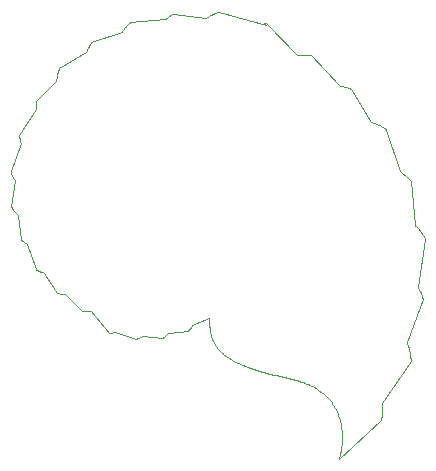
<source format=gko>
G04                                                      *
G04 Greetings!                                           *
G04 This Gerber was generated by PCBmodE, an open source *
G04 PCB design software. Get it here:                    *
G04                                                      *
G04   http://pcbmode.com                                 *
G04                                                      *
G04 Also visit                                           *
G04                                                      *
G04   http://boldport.com                                *
G04                                                      *
G04 and follow @boldport / @pcbmode for updates!         *
G04                                                      *

G04 leading zeros omitted (L); absolute data (A); 6 integer digits and 6 fractional digits *
%FSLAX66Y66*%

G04 mode (MO): millimeters (MM) *
%MOMM*%

G04 Aperture definitions *
%ADD10C,0.001X*%
%ADD11C,0.001X*%
%ADD20C,0.05X*%

%LPD*%
D20*
G01X17671872Y-0000000D02*
G01X17671872Y-0000000D01*
G01X17669220Y-0000518D01*
G01X17661409Y-0002124D01*
G01X17648652Y-0004899D01*
G01X17631165Y-0008920D01*
G01X17609162Y-0014267D01*
G01X17582857Y-0021020D01*
G01X17552467Y-0029258D01*
G01X17518204Y-0039059D01*
G01X17480284Y-0050503D01*
G01X17438922Y-0063669D01*
G01X17394331Y-0078637D01*
G01X17346728Y-0095485D01*
G01X17296326Y-0114293D01*
G01X17243341Y-0135140D01*
G01X17187986Y-0158106D01*
G01X17130476Y-0183268D01*
G01X17071027Y-0210707D01*
G01X17009853Y-0240502D01*
G01X16947169Y-0272732D01*
G01X16883188Y-0307476D01*
G01X16818127Y-0344813D01*
G01X16752199Y-0384823D01*
G01X16685619Y-0427585D01*
G01X16618603Y-0473177D01*
G01X16551364Y-0521680D01*
G01X16551364Y-0521680D01*
G01X13768747Y-0162109D01*
G01X13768747Y-0162109D01*
G01X13765217Y-0163732D01*
G01X13754897Y-0168630D01*
G01X13738193Y-0176851D01*
G01X13715508Y-0188442D01*
G01X13687248Y-0203447D01*
G01X13653817Y-0221914D01*
G01X13615620Y-0243889D01*
G01X13573062Y-0269419D01*
G01X13526548Y-0298550D01*
G01X13476482Y-0331328D01*
G01X13423270Y-0367800D01*
G01X13367315Y-0408012D01*
G01X13309023Y-0452010D01*
G01X13248799Y-0499842D01*
G01X13187048Y-0551552D01*
G01X13124173Y-0607189D01*
G01X13081833Y-0646484D01*
G01X10095895Y-0903711D01*
G01X10095895Y-0903711D01*
G01X10092975Y-0905914D01*
G01X10084461Y-0912498D01*
G01X10070729Y-0923425D01*
G01X10052152Y-0938656D01*
G01X10029106Y-0958155D01*
G01X10001963Y-0981883D01*
G01X9971098Y-1009802D01*
G01X9936885Y-1041875D01*
G01X9899698Y-1078063D01*
G01X9859912Y-1118329D01*
G01X9817900Y-1162634D01*
G01X9774036Y-1210941D01*
G01X9728695Y-1263212D01*
G01X9682250Y-1319409D01*
G01X9635077Y-1379494D01*
G01X9587548Y-1443429D01*
G01X9540038Y-1511177D01*
G01X9492921Y-1582699D01*
G01X9446572Y-1657957D01*
G01X9401364Y-1736914D01*
G01X9401364Y-1736914D01*
G01X6830465Y-2598242D01*
G01X6830465Y-2598242D01*
G01X6827752Y-2601551D01*
G01X6819920Y-2611371D01*
G01X6807429Y-2627540D01*
G01X6790739Y-2649895D01*
G01X6770313Y-2678274D01*
G01X6746610Y-2712517D01*
G01X6720091Y-2752460D01*
G01X6691217Y-2797941D01*
G01X6660449Y-2848800D01*
G01X6628247Y-2904873D01*
G01X6595071Y-2965999D01*
G01X6561383Y-3032015D01*
G01X6527644Y-3102761D01*
G01X6494313Y-3178073D01*
G01X6461852Y-3257790D01*
G01X6430722Y-3341750D01*
G01X6410934Y-3400000D01*
G01X4101559Y-4807031D01*
G01X4101559Y-4807031D01*
G01X4099939Y-4810256D01*
G01X4095294Y-4819794D01*
G01X4087950Y-4835444D01*
G01X4078233Y-4857002D01*
G01X4066468Y-4884267D01*
G01X4052979Y-4917036D01*
G01X4038093Y-4955105D01*
G01X4022135Y-4998273D01*
G01X4005430Y-5046337D01*
G01X3988303Y-5099094D01*
G01X3971080Y-5156343D01*
G01X3954087Y-5217879D01*
G01X3937647Y-5283501D01*
G01X3922088Y-5353005D01*
G01X3907734Y-5426191D01*
G01X3894910Y-5502854D01*
G01X3883942Y-5582792D01*
G01X3875155Y-5665804D01*
G01X3868875Y-5751685D01*
G01X3865426Y-5840234D01*
G01X3865426Y-5840234D01*
G01X2158199Y-7535937D01*
G01X2158199Y-7535937D01*
G01X2157178Y-7540343D01*
G01X2154371Y-7553298D01*
G01X2150167Y-7574405D01*
G01X2144954Y-7603267D01*
G01X2139121Y-7639488D01*
G01X2133054Y-7682673D01*
G01X2127142Y-7732423D01*
G01X2121774Y-7788344D01*
G01X2117336Y-7850038D01*
G01X2114218Y-7917109D01*
G01X2112806Y-7989161D01*
G01X2113489Y-8065798D01*
G01X2116656Y-8146622D01*
G01X2122693Y-8231238D01*
G01X2124999Y-8256055D01*
G01X0728515Y-10413672D01*
G01X0728515Y-10413672D01*
G01X0728452Y-10419330D01*
G01X0728541Y-10435858D01*
G01X0729197Y-10462588D01*
G01X0730837Y-10498853D01*
G01X0733878Y-10543984D01*
G01X0738736Y-10597314D01*
G01X0745828Y-10658173D01*
G01X0755569Y-10725896D01*
G01X0768376Y-10799812D01*
G01X0784666Y-10879255D01*
G01X0804855Y-10963557D01*
G01X0829359Y-11052048D01*
G01X0843360Y-11097657D01*
G01X-0000000Y-13526563D01*
G01X-0000000Y-13526563D01*
G01X0001130Y-13531420D01*
G01X0004662Y-13545571D01*
G01X0010803Y-13568384D01*
G01X0019762Y-13599227D01*
G01X0031747Y-13637468D01*
G01X0046966Y-13682477D01*
G01X0065629Y-13733621D01*
G01X0087943Y-13790269D01*
G01X0114117Y-13851789D01*
G01X0144360Y-13917550D01*
G01X0178879Y-13986919D01*
G01X0217884Y-14059266D01*
G01X0261583Y-14133959D01*
G01X0310184Y-14210365D01*
G01X0324999Y-14232422D01*
G01X0069335Y-16541407D01*
G01X0069335Y-16541407D01*
G01X0071271Y-16545417D01*
G01X0077116Y-16557070D01*
G01X0086927Y-16575799D01*
G01X0100761Y-16601039D01*
G01X0118675Y-16632222D01*
G01X0140725Y-16668782D01*
G01X0166969Y-16710153D01*
G01X0197463Y-16755768D01*
G01X0232264Y-16805061D01*
G01X0271429Y-16857466D01*
G01X0315014Y-16912416D01*
G01X0363077Y-16969344D01*
G01X0415674Y-17027685D01*
G01X0472863Y-17086872D01*
G01X0534699Y-17146338D01*
G01X0601240Y-17205518D01*
G01X0648243Y-17244532D01*
G01X0904883Y-19295313D01*
G01X0904883Y-19295313D01*
G01X0908091Y-19299227D01*
G01X0917652Y-19310499D01*
G01X0933466Y-19328425D01*
G01X0955437Y-19352301D01*
G01X0983467Y-19381422D01*
G01X1017459Y-19415083D01*
G01X1057313Y-19452580D01*
G01X1102933Y-19493208D01*
G01X1154221Y-19536263D01*
G01X1211079Y-19581041D01*
G01X1273410Y-19626837D01*
G01X1341115Y-19672947D01*
G01X1376953Y-19695899D01*
G01X2111133Y-21777930D01*
G01X2111133Y-21777930D01*
G01X2114166Y-21780331D01*
G01X2123154Y-21787236D01*
G01X2137933Y-21798197D01*
G01X2158335Y-21812764D01*
G01X2184196Y-21830488D01*
G01X2215349Y-21850921D01*
G01X2251628Y-21873614D01*
G01X2292869Y-21898119D01*
G01X2338904Y-21923986D01*
G01X2389569Y-21950767D01*
G01X2444697Y-21978013D01*
G01X2504123Y-22005275D01*
G01X2567681Y-22032106D01*
G01X2635205Y-22058055D01*
G01X2706530Y-22082674D01*
G01X2781489Y-22105514D01*
G01X2833398Y-22119532D01*
G01X3921680Y-23794336D01*
G01X3921680Y-23794336D01*
G01X3926746Y-23796661D01*
G01X3941629Y-23803167D01*
G01X3965853Y-23813144D01*
G01X3998941Y-23825884D01*
G01X4040419Y-23840680D01*
G01X4089810Y-23856823D01*
G01X4146639Y-23873606D01*
G01X4210431Y-23890320D01*
G01X4280709Y-23906258D01*
G01X4356999Y-23920711D01*
G01X4438823Y-23932972D01*
G01X4525708Y-23942332D01*
G01X4570899Y-23945703D01*
G01X6000196Y-25333399D01*
G01X6000196Y-25333399D01*
G01X6005265Y-25334472D01*
G01X6020098Y-25337334D01*
G01X6044133Y-25341453D01*
G01X6076808Y-25346295D01*
G01X6117562Y-25351324D01*
G01X6165833Y-25356009D01*
G01X6221059Y-25359814D01*
G01X6282678Y-25362207D01*
G01X6350128Y-25362652D01*
G01X6422848Y-25360618D01*
G01X6500276Y-25355568D01*
G01X6581849Y-25346971D01*
G01X6667008Y-25334292D01*
G01X6755188Y-25316997D01*
G01X6780860Y-25311133D01*
G01X8304882Y-27216016D01*
G01X8304882Y-27216016D01*
G01X8311624Y-27215805D01*
G01X8331160Y-27214780D01*
G01X8362456Y-27212355D01*
G01X8404480Y-27207942D01*
G01X8456198Y-27200954D01*
G01X8516576Y-27190804D01*
G01X8584581Y-27176904D01*
G01X8659180Y-27158668D01*
G01X8739338Y-27135507D01*
G01X8824023Y-27106836D01*
G01X8824023Y-27106836D01*
G01X10620898Y-27705078D01*
G01X10620898Y-27705078D01*
G01X10626069Y-27703799D01*
G01X10641045Y-27699792D01*
G01X10665026Y-27692802D01*
G01X10697209Y-27682573D01*
G01X10736793Y-27668849D01*
G01X10782977Y-27651374D01*
G01X10834959Y-27629893D01*
G01X10891937Y-27604150D01*
G01X10953109Y-27573890D01*
G01X11017675Y-27538856D01*
G01X11084831Y-27498793D01*
G01X11153778Y-27453446D01*
G01X11188671Y-27428711D01*
G01X12863672Y-27592578D01*
G01X12863672Y-27592578D01*
G01X12869019Y-27589877D01*
G01X12884374Y-27581717D01*
G01X12908705Y-27568012D01*
G01X12940983Y-27548676D01*
G01X12980175Y-27523622D01*
G01X13025252Y-27492764D01*
G01X13075181Y-27456016D01*
G01X13128934Y-27413291D01*
G01X13185477Y-27364504D01*
G01X13243781Y-27309568D01*
G01X13302815Y-27248396D01*
G01X13309375Y-27241211D01*
G01X14992382Y-27027149D01*
G01X14992382Y-27027149D01*
G01X14996816Y-27023493D01*
G01X15009466Y-27012615D01*
G01X15029355Y-26994647D01*
G01X15055506Y-26969724D01*
G01X15086942Y-26937978D01*
G01X15122687Y-26899544D01*
G01X15161763Y-26854554D01*
G01X15203194Y-26803143D01*
G01X15246002Y-26745443D01*
G01X15289212Y-26681588D01*
G01X15331845Y-26611712D01*
G01X15372925Y-26535947D01*
G01X15392577Y-26495899D01*
G01X16804688Y-25962500D01*
G01X16793554Y-26105664D01*
G01X16793554Y-26105664D01*
G01X16796322Y-26169591D01*
G01X16799357Y-26233135D01*
G01X16802692Y-26296301D01*
G01X16806359Y-26359090D01*
G01X16810390Y-26421506D01*
G01X16814817Y-26483550D01*
G01X16819672Y-26545226D01*
G01X16824987Y-26606536D01*
G01X16830794Y-26667483D01*
G01X16837126Y-26728069D01*
G01X16844014Y-26788298D01*
G01X16851491Y-26848171D01*
G01X16859588Y-26907693D01*
G01X16868337Y-26966864D01*
G01X16877772Y-27025689D01*
G01X16887922Y-27084169D01*
G01X16898822Y-27142307D01*
G01X16910502Y-27200107D01*
G01X16922995Y-27257570D01*
G01X16936334Y-27314699D01*
G01X16950549Y-27371498D01*
G01X16965673Y-27427968D01*
G01X16981738Y-27484113D01*
G01X16998776Y-27539935D01*
G01X17016819Y-27595436D01*
G01X17035900Y-27650620D01*
G01X17056050Y-27705489D01*
G01X17077301Y-27760046D01*
G01X17099686Y-27814293D01*
G01X17123237Y-27868234D01*
G01X17147984Y-27921870D01*
G01X17173962Y-27975205D01*
G01X17201201Y-28028241D01*
G01X17229734Y-28080981D01*
G01X17259593Y-28133428D01*
G01X17290809Y-28185584D01*
G01X17323416Y-28237451D01*
G01X17357444Y-28289034D01*
G01X17392927Y-28340333D01*
G01X17429895Y-28391353D01*
G01X17468382Y-28442095D01*
G01X17508419Y-28492563D01*
G01X17550038Y-28542758D01*
G01X17593272Y-28592684D01*
G01X17638152Y-28642344D01*
G01X17684710Y-28691740D01*
G01X17732979Y-28740874D01*
G01X17782991Y-28789750D01*
G01X17834777Y-28838370D01*
G01X17888370Y-28886736D01*
G01X17943801Y-28934852D01*
G01X18001104Y-28982720D01*
G01X18060309Y-29030343D01*
G01X18121449Y-29077724D01*
G01X18184557Y-29124864D01*
G01X18249663Y-29171768D01*
G01X18316800Y-29218436D01*
G01X18386001Y-29264874D01*
G01X18457297Y-29311082D01*
G01X18530720Y-29357063D01*
G01X18606302Y-29402821D01*
G01X18684076Y-29448358D01*
G01X18764074Y-29493676D01*
G01X18846327Y-29538779D01*
G01X18930867Y-29583668D01*
G01X19017727Y-29628347D01*
G01X19106939Y-29672819D01*
G01X19198535Y-29717085D01*
G01X19292546Y-29761149D01*
G01X19389006Y-29805014D01*
G01X19487945Y-29848682D01*
G01X19589396Y-29892155D01*
G01X19693392Y-29935436D01*
G01X19799964Y-29978529D01*
G01X19909143Y-30021436D01*
G01X20020963Y-30064159D01*
G01X20135456Y-30106701D01*
G01X20252652Y-30149065D01*
G01X20372586Y-30191253D01*
G01X20495287Y-30233268D01*
G01X20620790Y-30275114D01*
G01X20749124Y-30316791D01*
G01X20880324Y-30358304D01*
G01X21014420Y-30399655D01*
G01X21151445Y-30440847D01*
G01X21291431Y-30481881D01*
G01X21434410Y-30522762D01*
G01X21580414Y-30563491D01*
G01X21729475Y-30604072D01*
G01X21881625Y-30644506D01*
G01X22036896Y-30684797D01*
G01X22195320Y-30724947D01*
G01X22356930Y-30764960D01*
G01X22521756Y-30804837D01*
G01X22689833Y-30844581D01*
G01X22861191Y-30884196D01*
G01X23035862Y-30923683D01*
G01X23213879Y-30963045D01*
G01X23395273Y-31002286D01*
G01X23580078Y-31041407D01*
G01X23580078Y-31041407D01*
G01X23580078Y-31041407D01*
G01X23760150Y-31080907D01*
G01X23935495Y-31122943D01*
G01X24106172Y-31167457D01*
G01X24272240Y-31214388D01*
G01X24433759Y-31263677D01*
G01X24590787Y-31315265D01*
G01X24743385Y-31369091D01*
G01X24891611Y-31425097D01*
G01X25035524Y-31483223D01*
G01X25175184Y-31543409D01*
G01X25310650Y-31605595D01*
G01X25441981Y-31669723D01*
G01X25569237Y-31735732D01*
G01X25692476Y-31803563D01*
G01X25811758Y-31873156D01*
G01X25927142Y-31944452D01*
G01X26038688Y-32017391D01*
G01X26146454Y-32091914D01*
G01X26250501Y-32167961D01*
G01X26350886Y-32245473D01*
G01X26447669Y-32324389D01*
G01X26540910Y-32404651D01*
G01X26630668Y-32486199D01*
G01X26717002Y-32568973D01*
G01X26799971Y-32652913D01*
G01X26879635Y-32737961D01*
G01X26956053Y-32824056D01*
G01X27029283Y-32911139D01*
G01X27099386Y-32999151D01*
G01X27166420Y-33088031D01*
G01X27230445Y-33177720D01*
G01X27291520Y-33268160D01*
G01X27349704Y-33359289D01*
G01X27405056Y-33451049D01*
G01X27457636Y-33543380D01*
G01X27507503Y-33636222D01*
G01X27554716Y-33729516D01*
G01X27599334Y-33823203D01*
G01X27641417Y-33917222D01*
G01X27681024Y-34011514D01*
G01X27718214Y-34106020D01*
G01X27753046Y-34200680D01*
G01X27785580Y-34295434D01*
G01X27815874Y-34390223D01*
G01X27843989Y-34484988D01*
G01X27869983Y-34579668D01*
G01X27893915Y-34674204D01*
G01X27915845Y-34768537D01*
G01X27935832Y-34862607D01*
G01X27953935Y-34956355D01*
G01X27970214Y-35049720D01*
G01X27984727Y-35142644D01*
G01X27997535Y-35235066D01*
G01X28008695Y-35326927D01*
G01X28018268Y-35418169D01*
G01X28026312Y-35508730D01*
G01X28032888Y-35598551D01*
G01X28038053Y-35687574D01*
G01X28041868Y-35775738D01*
G01X28044391Y-35862984D01*
G01X28045682Y-35949251D01*
G01X28045801Y-36034482D01*
G01X28044805Y-36118616D01*
G01X28042755Y-36201593D01*
G01X28039710Y-36283354D01*
G01X28035729Y-36363839D01*
G01X28030871Y-36442989D01*
G01X28025195Y-36520744D01*
G01X28018762Y-36597045D01*
G01X28011629Y-36671833D01*
G01X28003856Y-36745046D01*
G01X27995503Y-36816627D01*
G01X27986629Y-36886515D01*
G01X27977292Y-36954651D01*
G01X27967553Y-37020975D01*
G01X27957470Y-37085427D01*
G01X27947102Y-37147949D01*
G01X27936509Y-37208480D01*
G01X27925751Y-37266962D01*
G01X27914886Y-37323333D01*
G01X27903973Y-37377536D01*
G01X27893072Y-37429510D01*
G01X27882243Y-37479195D01*
G01X27871543Y-37526533D01*
G01X27861033Y-37571463D01*
G01X27850772Y-37613926D01*
G01X27840819Y-37653863D01*
G01X27831233Y-37691213D01*
G01X27822073Y-37725918D01*
G01X27813399Y-37757917D01*
G01X27805270Y-37787152D01*
G01X27797746Y-37813562D01*
G01X27790884Y-37837088D01*
G01X27784746Y-37857671D01*
G01X27779389Y-37875250D01*
G01X27774873Y-37889767D01*
G01X27771258Y-37901162D01*
G01X27768602Y-37909374D01*
G01X27766965Y-37914346D01*
G01X27766406Y-37916016D01*
G01X27766406Y-37916016D01*
G01X31335938Y-34610743D01*
G01X31335938Y-34610743D01*
G01X31336740Y-34607798D01*
G01X31339037Y-34599068D01*
G01X31342662Y-34584714D01*
G01X31347447Y-34564894D01*
G01X31353225Y-34539769D01*
G01X31359829Y-34509497D01*
G01X31367092Y-34474238D01*
G01X31374847Y-34434151D01*
G01X31382927Y-34389396D01*
G01X31391166Y-34340133D01*
G01X31399395Y-34286520D01*
G01X31407448Y-34228718D01*
G01X31415159Y-34166885D01*
G01X31422359Y-34101181D01*
G01X31428881Y-34031765D01*
G01X31434560Y-33958798D01*
G01X31439228Y-33882438D01*
G01X31442717Y-33802844D01*
G01X31444860Y-33720177D01*
G01X31445492Y-33634596D01*
G01X31444444Y-33546260D01*
G01X31441550Y-33455328D01*
G01X31436642Y-33361961D01*
G01X31429553Y-33266316D01*
G01X31420117Y-33168555D01*
G01X31420117Y-33168555D01*
G01X33857813Y-29604688D01*
G01X33857813Y-29604688D01*
G01X33857908Y-29602603D01*
G01X33858144Y-29596422D01*
G01X33858446Y-29586255D01*
G01X33858742Y-29572211D01*
G01X33858958Y-29554401D01*
G01X33859021Y-29532933D01*
G01X33858856Y-29507919D01*
G01X33858392Y-29479467D01*
G01X33857553Y-29447688D01*
G01X33856267Y-29412691D01*
G01X33854460Y-29374586D01*
G01X33852058Y-29333483D01*
G01X33848989Y-29289492D01*
G01X33845178Y-29242723D01*
G01X33840553Y-29193285D01*
G01X33835039Y-29141288D01*
G01X33828563Y-29086842D01*
G01X33821051Y-29030058D01*
G01X33812431Y-28971043D01*
G01X33802629Y-28909910D01*
G01X33791570Y-28846766D01*
G01X33779182Y-28781723D01*
G01X33765391Y-28714890D01*
G01X33750124Y-28646377D01*
G01X33733307Y-28576293D01*
G01X33714867Y-28504748D01*
G01X33694730Y-28431853D01*
G01X33672822Y-28357717D01*
G01X33649070Y-28282449D01*
G01X33623402Y-28206161D01*
G01X33595742Y-28128961D01*
G01X33566018Y-28050959D01*
G01X33534156Y-27972265D01*
G01X33523047Y-27945899D01*
G01X34894728Y-24357422D01*
G01X34894728Y-24357422D01*
G01X34894019Y-24353787D01*
G01X34891819Y-24343084D01*
G01X34888017Y-24325616D01*
G01X34882501Y-24301688D01*
G01X34875160Y-24271601D01*
G01X34865884Y-24235659D01*
G01X34854560Y-24194165D01*
G01X34841079Y-24147423D01*
G01X34825328Y-24095735D01*
G01X34807196Y-24039405D01*
G01X34786573Y-23978737D01*
G01X34763348Y-23914032D01*
G01X34737408Y-23845596D01*
G01X34708644Y-23773730D01*
G01X34676943Y-23698738D01*
G01X34642196Y-23620923D01*
G01X34604289Y-23540588D01*
G01X34563113Y-23458038D01*
G01X34518557Y-23373574D01*
G01X34470509Y-23287500D01*
G01X34470509Y-23287500D01*
G01X35086525Y-19230664D01*
G01X35086525Y-19230664D01*
G01X35085249Y-19227712D01*
G01X35081400Y-19219032D01*
G01X35074942Y-19204884D01*
G01X35065838Y-19185529D01*
G01X35054054Y-19161228D01*
G01X35039553Y-19132244D01*
G01X35022300Y-19098836D01*
G01X35002260Y-19061267D01*
G01X34979397Y-19019796D01*
G01X34953675Y-18974686D01*
G01X34925059Y-18926198D01*
G01X34893512Y-18874592D01*
G01X34859000Y-18820130D01*
G01X34821487Y-18763073D01*
G01X34780938Y-18703682D01*
G01X34737316Y-18642218D01*
G01X34690585Y-18578943D01*
G01X34640712Y-18514118D01*
G01X34587659Y-18448003D01*
G01X34531392Y-18380860D01*
G01X34471874Y-18312951D01*
G01X34409070Y-18244535D01*
G01X34342944Y-18175876D01*
G01X34273462Y-18107232D01*
G01X34200587Y-18038867D01*
G01X34200587Y-18038867D01*
G01X33879297Y-14340235D01*
G01X33879297Y-14340235D01*
G01X33877724Y-14338141D01*
G01X33873018Y-14331991D01*
G01X33865199Y-14321982D01*
G01X33854287Y-14308311D01*
G01X33840303Y-14291176D01*
G01X33823267Y-14270772D01*
G01X33803198Y-14247299D01*
G01X33780118Y-14220951D01*
G01X33754046Y-14191928D01*
G01X33725002Y-14160425D01*
G01X33693007Y-14126640D01*
G01X33658081Y-14090770D01*
G01X33620244Y-14053012D01*
G01X33579516Y-14013564D01*
G01X33535917Y-13972621D01*
G01X33489468Y-13930383D01*
G01X33440189Y-13887045D01*
G01X33388099Y-13842804D01*
G01X33333220Y-13797858D01*
G01X33275571Y-13752405D01*
G01X33215172Y-13706640D01*
G01X33152044Y-13660761D01*
G01X33086207Y-13614966D01*
G01X33017681Y-13569451D01*
G01X32946486Y-13524414D01*
G01X32946486Y-13524414D01*
G01X31815236Y-9999024D01*
G01X31815236Y-9999024D01*
G01X31812817Y-9996970D01*
G01X31805618Y-9990981D01*
G01X31793724Y-9981309D01*
G01X31777219Y-9968211D01*
G01X31756187Y-9951941D01*
G01X31730715Y-9932754D01*
G01X31700885Y-9910906D01*
G01X31666784Y-9886650D01*
G01X31628496Y-9860243D01*
G01X31586106Y-9831939D01*
G01X31539698Y-9801993D01*
G01X31489358Y-9770660D01*
G01X31435170Y-9738195D01*
G01X31377218Y-9704853D01*
G01X31315588Y-9670889D01*
G01X31250365Y-9636558D01*
G01X31181632Y-9602114D01*
G01X31109476Y-9567814D01*
G01X31033980Y-9533911D01*
G01X30955229Y-9500661D01*
G01X30873309Y-9468318D01*
G01X30788304Y-9437139D01*
G01X30700298Y-9407376D01*
G01X30609377Y-9379287D01*
G01X30515625Y-9353125D01*
G01X30515625Y-9353125D01*
G01X28806642Y-6536328D01*
G01X28806642Y-6536328D01*
G01X28803807Y-6534898D01*
G01X28795403Y-6530765D01*
G01X28781575Y-6524163D01*
G01X28762470Y-6515326D01*
G01X28738236Y-6504488D01*
G01X28709020Y-6491884D01*
G01X28674969Y-6477748D01*
G01X28636229Y-6462314D01*
G01X28592948Y-6445816D01*
G01X28545272Y-6428489D01*
G01X28493350Y-6410566D01*
G01X28437327Y-6392283D01*
G01X28377351Y-6373873D01*
G01X28313569Y-6355571D01*
G01X28246128Y-6337610D01*
G01X28175174Y-6320226D01*
G01X28100856Y-6303651D01*
G01X28023320Y-6288122D01*
G01X27942712Y-6273871D01*
G01X27859181Y-6261133D01*
G01X27859181Y-6261133D01*
G01X25435157Y-3709570D01*
G01X25435157Y-3709570D01*
G01X25431381Y-3708596D01*
G01X25420230Y-3705856D01*
G01X25401970Y-3701623D01*
G01X25376868Y-3696171D01*
G01X25345192Y-3689774D01*
G01X25307206Y-3682705D01*
G01X25263179Y-3675238D01*
G01X25213376Y-3667647D01*
G01X25158065Y-3660204D01*
G01X25097511Y-3653184D01*
G01X25031982Y-3646860D01*
G01X24961743Y-3641506D01*
G01X24887063Y-3637395D01*
G01X24808206Y-3634801D01*
G01X24725441Y-3633997D01*
G01X24639032Y-3635258D01*
G01X24549248Y-3638855D01*
G01X24456354Y-3645064D01*
G01X24360618Y-3654158D01*
G01X24262306Y-3666410D01*
G01X24262306Y-3666410D01*
G01X21658009Y-0933403D01*
G01X21658009Y-0933403D01*
G01X21645299Y-0933133D01*
G01X21612647Y-0933275D01*
G01X21568271Y-0935255D01*
G01X21520386Y-0940502D01*
G01X21477209Y-0950443D01*
G01X21446957Y-0966505D01*
G01X21437847Y-0990115D01*
G01X21458095Y-1022702D01*
G01X21515918Y-1065691D01*
G01X21619532Y-1120512D01*
G01X21619532Y-1120512D01*
G01X17671872Y-0000000D01*
G04 end of program *
M02*

</source>
